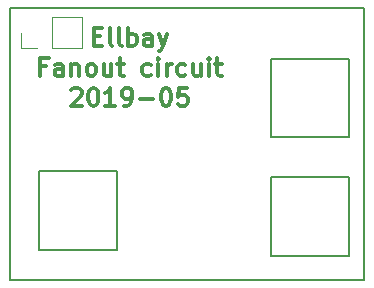
<source format=gto>
G04 #@! TF.GenerationSoftware,KiCad,Pcbnew,(5.0.1)-4*
G04 #@! TF.CreationDate,2019-05-20T12:36:30-07:00*
G04 #@! TF.ProjectId,Fanout_circuit,46616E6F75745F636972637569742E6B,rev?*
G04 #@! TF.SameCoordinates,Original*
G04 #@! TF.FileFunction,Legend,Top*
G04 #@! TF.FilePolarity,Positive*
%FSLAX46Y46*%
G04 Gerber Fmt 4.6, Leading zero omitted, Abs format (unit mm)*
G04 Created by KiCad (PCBNEW (5.0.1)-4) date 5/20/2019 12:36:30 PM*
%MOMM*%
%LPD*%
G01*
G04 APERTURE LIST*
%ADD10C,0.300000*%
%ADD11C,0.200000*%
%ADD12C,0.150000*%
%ADD13C,0.120000*%
G04 APERTURE END LIST*
D10*
X122089285Y-74367857D02*
X122589285Y-74367857D01*
X122803571Y-75153571D02*
X122089285Y-75153571D01*
X122089285Y-73653571D01*
X122803571Y-73653571D01*
X123660714Y-75153571D02*
X123517857Y-75082142D01*
X123446428Y-74939285D01*
X123446428Y-73653571D01*
X124446428Y-75153571D02*
X124303571Y-75082142D01*
X124232142Y-74939285D01*
X124232142Y-73653571D01*
X125017857Y-75153571D02*
X125017857Y-73653571D01*
X125017857Y-74225000D02*
X125160714Y-74153571D01*
X125446428Y-74153571D01*
X125589285Y-74225000D01*
X125660714Y-74296428D01*
X125732142Y-74439285D01*
X125732142Y-74867857D01*
X125660714Y-75010714D01*
X125589285Y-75082142D01*
X125446428Y-75153571D01*
X125160714Y-75153571D01*
X125017857Y-75082142D01*
X127017857Y-75153571D02*
X127017857Y-74367857D01*
X126946428Y-74225000D01*
X126803571Y-74153571D01*
X126517857Y-74153571D01*
X126375000Y-74225000D01*
X127017857Y-75082142D02*
X126875000Y-75153571D01*
X126517857Y-75153571D01*
X126375000Y-75082142D01*
X126303571Y-74939285D01*
X126303571Y-74796428D01*
X126375000Y-74653571D01*
X126517857Y-74582142D01*
X126875000Y-74582142D01*
X127017857Y-74510714D01*
X127589285Y-74153571D02*
X127946428Y-75153571D01*
X128303571Y-74153571D02*
X127946428Y-75153571D01*
X127803571Y-75510714D01*
X127732142Y-75582142D01*
X127589285Y-75653571D01*
X118053571Y-76917857D02*
X117553571Y-76917857D01*
X117553571Y-77703571D02*
X117553571Y-76203571D01*
X118267857Y-76203571D01*
X119482142Y-77703571D02*
X119482142Y-76917857D01*
X119410714Y-76775000D01*
X119267857Y-76703571D01*
X118982142Y-76703571D01*
X118839285Y-76775000D01*
X119482142Y-77632142D02*
X119339285Y-77703571D01*
X118982142Y-77703571D01*
X118839285Y-77632142D01*
X118767857Y-77489285D01*
X118767857Y-77346428D01*
X118839285Y-77203571D01*
X118982142Y-77132142D01*
X119339285Y-77132142D01*
X119482142Y-77060714D01*
X120196428Y-76703571D02*
X120196428Y-77703571D01*
X120196428Y-76846428D02*
X120267857Y-76775000D01*
X120410714Y-76703571D01*
X120625000Y-76703571D01*
X120767857Y-76775000D01*
X120839285Y-76917857D01*
X120839285Y-77703571D01*
X121767857Y-77703571D02*
X121625000Y-77632142D01*
X121553571Y-77560714D01*
X121482142Y-77417857D01*
X121482142Y-76989285D01*
X121553571Y-76846428D01*
X121625000Y-76775000D01*
X121767857Y-76703571D01*
X121982142Y-76703571D01*
X122125000Y-76775000D01*
X122196428Y-76846428D01*
X122267857Y-76989285D01*
X122267857Y-77417857D01*
X122196428Y-77560714D01*
X122125000Y-77632142D01*
X121982142Y-77703571D01*
X121767857Y-77703571D01*
X123553571Y-76703571D02*
X123553571Y-77703571D01*
X122910714Y-76703571D02*
X122910714Y-77489285D01*
X122982142Y-77632142D01*
X123125000Y-77703571D01*
X123339285Y-77703571D01*
X123482142Y-77632142D01*
X123553571Y-77560714D01*
X124053571Y-76703571D02*
X124625000Y-76703571D01*
X124267857Y-76203571D02*
X124267857Y-77489285D01*
X124339285Y-77632142D01*
X124482142Y-77703571D01*
X124625000Y-77703571D01*
X126910714Y-77632142D02*
X126767857Y-77703571D01*
X126482142Y-77703571D01*
X126339285Y-77632142D01*
X126267857Y-77560714D01*
X126196428Y-77417857D01*
X126196428Y-76989285D01*
X126267857Y-76846428D01*
X126339285Y-76775000D01*
X126482142Y-76703571D01*
X126767857Y-76703571D01*
X126910714Y-76775000D01*
X127553571Y-77703571D02*
X127553571Y-76703571D01*
X127553571Y-76203571D02*
X127482142Y-76275000D01*
X127553571Y-76346428D01*
X127625000Y-76275000D01*
X127553571Y-76203571D01*
X127553571Y-76346428D01*
X128267857Y-77703571D02*
X128267857Y-76703571D01*
X128267857Y-76989285D02*
X128339285Y-76846428D01*
X128410714Y-76775000D01*
X128553571Y-76703571D01*
X128696428Y-76703571D01*
X129839285Y-77632142D02*
X129696428Y-77703571D01*
X129410714Y-77703571D01*
X129267857Y-77632142D01*
X129196428Y-77560714D01*
X129125000Y-77417857D01*
X129125000Y-76989285D01*
X129196428Y-76846428D01*
X129267857Y-76775000D01*
X129410714Y-76703571D01*
X129696428Y-76703571D01*
X129839285Y-76775000D01*
X131125000Y-76703571D02*
X131125000Y-77703571D01*
X130482142Y-76703571D02*
X130482142Y-77489285D01*
X130553571Y-77632142D01*
X130696428Y-77703571D01*
X130910714Y-77703571D01*
X131053571Y-77632142D01*
X131125000Y-77560714D01*
X131839285Y-77703571D02*
X131839285Y-76703571D01*
X131839285Y-76203571D02*
X131767857Y-76275000D01*
X131839285Y-76346428D01*
X131910714Y-76275000D01*
X131839285Y-76203571D01*
X131839285Y-76346428D01*
X132339285Y-76703571D02*
X132910714Y-76703571D01*
X132553571Y-76203571D02*
X132553571Y-77489285D01*
X132625000Y-77632142D01*
X132767857Y-77703571D01*
X132910714Y-77703571D01*
X120196428Y-78896428D02*
X120267857Y-78825000D01*
X120410714Y-78753571D01*
X120767857Y-78753571D01*
X120910714Y-78825000D01*
X120982142Y-78896428D01*
X121053571Y-79039285D01*
X121053571Y-79182142D01*
X120982142Y-79396428D01*
X120125000Y-80253571D01*
X121053571Y-80253571D01*
X121982142Y-78753571D02*
X122125000Y-78753571D01*
X122267857Y-78825000D01*
X122339285Y-78896428D01*
X122410714Y-79039285D01*
X122482142Y-79325000D01*
X122482142Y-79682142D01*
X122410714Y-79967857D01*
X122339285Y-80110714D01*
X122267857Y-80182142D01*
X122125000Y-80253571D01*
X121982142Y-80253571D01*
X121839285Y-80182142D01*
X121767857Y-80110714D01*
X121696428Y-79967857D01*
X121625000Y-79682142D01*
X121625000Y-79325000D01*
X121696428Y-79039285D01*
X121767857Y-78896428D01*
X121839285Y-78825000D01*
X121982142Y-78753571D01*
X123910714Y-80253571D02*
X123053571Y-80253571D01*
X123482142Y-80253571D02*
X123482142Y-78753571D01*
X123339285Y-78967857D01*
X123196428Y-79110714D01*
X123053571Y-79182142D01*
X124625000Y-80253571D02*
X124910714Y-80253571D01*
X125053571Y-80182142D01*
X125125000Y-80110714D01*
X125267857Y-79896428D01*
X125339285Y-79610714D01*
X125339285Y-79039285D01*
X125267857Y-78896428D01*
X125196428Y-78825000D01*
X125053571Y-78753571D01*
X124767857Y-78753571D01*
X124625000Y-78825000D01*
X124553571Y-78896428D01*
X124482142Y-79039285D01*
X124482142Y-79396428D01*
X124553571Y-79539285D01*
X124625000Y-79610714D01*
X124767857Y-79682142D01*
X125053571Y-79682142D01*
X125196428Y-79610714D01*
X125267857Y-79539285D01*
X125339285Y-79396428D01*
X125982142Y-79682142D02*
X127125000Y-79682142D01*
X128125000Y-78753571D02*
X128267857Y-78753571D01*
X128410714Y-78825000D01*
X128482142Y-78896428D01*
X128553571Y-79039285D01*
X128625000Y-79325000D01*
X128625000Y-79682142D01*
X128553571Y-79967857D01*
X128482142Y-80110714D01*
X128410714Y-80182142D01*
X128267857Y-80253571D01*
X128125000Y-80253571D01*
X127982142Y-80182142D01*
X127910714Y-80110714D01*
X127839285Y-79967857D01*
X127767857Y-79682142D01*
X127767857Y-79325000D01*
X127839285Y-79039285D01*
X127910714Y-78896428D01*
X127982142Y-78825000D01*
X128125000Y-78753571D01*
X129982142Y-78753571D02*
X129267857Y-78753571D01*
X129196428Y-79467857D01*
X129267857Y-79396428D01*
X129410714Y-79325000D01*
X129767857Y-79325000D01*
X129910714Y-79396428D01*
X129982142Y-79467857D01*
X130053571Y-79610714D01*
X130053571Y-79967857D01*
X129982142Y-80110714D01*
X129910714Y-80182142D01*
X129767857Y-80253571D01*
X129410714Y-80253571D01*
X129267857Y-80182142D01*
X129196428Y-80110714D01*
D11*
X145000000Y-72000000D02*
X115000000Y-72000000D01*
X145000000Y-95000000D02*
X145000000Y-72000000D01*
X115000000Y-95000000D02*
X145000000Y-95000000D01*
X115000000Y-72000000D02*
X115000000Y-95000000D01*
D12*
G04 #@! TO.C,CON1*
X117460000Y-85805000D02*
X117460000Y-92455000D01*
X117460000Y-92455000D02*
X124040000Y-92455000D01*
X124040000Y-92455000D02*
X124040000Y-85815000D01*
X124040000Y-85815000D02*
X117440000Y-85815000D01*
G04 #@! TO.C,CON2*
X137085000Y-86305000D02*
X137085000Y-92955000D01*
X137085000Y-92955000D02*
X143665000Y-92955000D01*
X143665000Y-92955000D02*
X143665000Y-86315000D01*
X143665000Y-86315000D02*
X137065000Y-86315000D01*
G04 #@! TO.C,CON3*
X143690000Y-76265000D02*
X137090000Y-76265000D01*
X143690000Y-82905000D02*
X143690000Y-76265000D01*
X137110000Y-82905000D02*
X143690000Y-82905000D01*
X137110000Y-76255000D02*
X137110000Y-82905000D01*
D13*
G04 #@! TO.C,J3*
X121120000Y-75380000D02*
X121120000Y-72720000D01*
X118520000Y-75380000D02*
X121120000Y-75380000D01*
X118520000Y-72720000D02*
X121120000Y-72720000D01*
X118520000Y-75380000D02*
X118520000Y-72720000D01*
X117250000Y-75380000D02*
X115920000Y-75380000D01*
X115920000Y-75380000D02*
X115920000Y-74050000D01*
G04 #@! TD*
M02*

</source>
